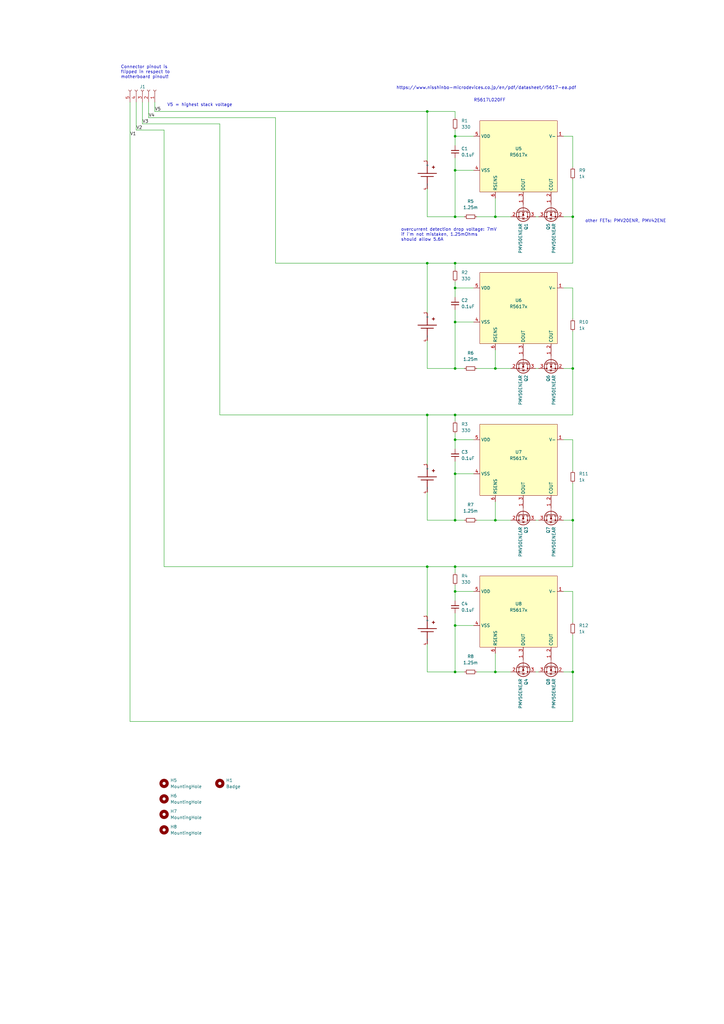
<source format=kicad_sch>
(kicad_sch (version 20211123) (generator eeschema)
  (paper "A3" portrait)
  (lib_symbols
    (symbol "Connector:Conn_01x05_Female" (pin_names (offset 1.016) hide)
      (property "Reference" "J" (at 0 7.62 0))
      (property "Value" "Conn_01x05_Female" (at 0 -7.62 0))
      (symbol "Conn_01x05_Female_1_1"
        (arc (start 0 -4.572) (mid -0.508 -5.08) (end 0 -5.588) (stroke (width 0.1524)))
        (arc (start 0 -2.032) (mid -0.508 -2.54) (end 0 -3.048) (stroke (width 0.1524)))
        (polyline (pts (xy -1.27 -5.08) (xy -0.508 -5.08)) (stroke (width 0.1524)))
        (polyline (pts (xy -1.27 -2.54) (xy -0.508 -2.54)) (stroke (width 0.1524)))
        (polyline (pts (xy -1.27 0) (xy -0.508 0)) (stroke (width 0.1524)))
        (polyline (pts (xy -1.27 2.54) (xy -0.508 2.54)) (stroke (width 0.1524)))
        (polyline (pts (xy -1.27 5.08) (xy -0.508 5.08)) (stroke (width 0.1524)))
        (arc (start 0 0.508) (mid -0.508 0) (end 0 -0.508) (stroke (width 0.1524)))
        (arc (start 0 3.048) (mid -0.508 2.54) (end 0 2.032) (stroke (width 0.1524)))
        (arc (start 0 5.588) (mid -0.508 5.08) (end 0 4.572) (stroke (width 0.1524)))
        (pin passive line (at -5.08 5.08 0) (length 3.81) (name "Pin_1") (number "1"))
        (pin passive line (at -5.08 2.54 0) (length 3.81) (name "Pin_2") (number "2"))
        (pin passive line (at -5.08 0 0) (length 3.81) (name "Pin_3") (number "3"))
        (pin passive line (at -5.08 -2.54 0) (length 3.81) (name "Pin_4") (number "4"))
        (pin passive line (at -5.08 -5.08 0) (length 3.81) (name "Pin_5") (number "5"))
      )
    )
    (symbol "Device:C_Small" (pin_numbers hide) (pin_names (offset 0.254) hide)
      (property "Reference" "C" (at 0.254 1.778 0))
      (property "Value" "C_Small" (at 0.254 -2.032 0))
      (symbol "C_Small_0_1"
        (polyline (pts (xy -1.524 -0.508) (xy 1.524 -0.508)) (stroke (width 0.3302)))
        (polyline (pts (xy -1.524 0.508) (xy 1.524 0.508)) (stroke (width 0.3048)))
      )
      (symbol "C_Small_1_1"
        (pin passive line (at 0 2.54 270) (length 2.032) (name "~") (number "1"))
        (pin passive line (at 0 -2.54 90) (length 2.032) (name "~") (number "2"))
      )
    )
    (symbol "Device:R_Small" (pin_numbers hide) (pin_names (offset 0.254) hide)
      (property "Reference" "R" (at 0.762 0.508 0))
      (property "Value" "R_Small" (at 0.762 -1.016 0))
      (symbol "R_Small_0_1"
        (rectangle (start -0.762 1.778) (end 0.762 -1.778) (stroke (width 0.2032)))
      )
      (symbol "R_Small_1_1"
        (pin passive line (at 0 2.54 270) (length 0.762) (name "~") (number "1"))
        (pin passive line (at 0 -2.54 90) (length 0.762) (name "~") (number "2"))
      )
    )
    (symbol "Mechanical:MountingHole" (pin_names (offset 1.016))
      (property "Reference" "H" (at 0 5.08 0))
      (property "Value" "MountingHole" (at 0 3.175 0))
      (symbol "MountingHole_0_1"
        (circle (center 0 0) (radius 1.27) (stroke (width 1.27)))
      )
    )
    (symbol "R5617x_1"
      (property "Reference" "U5" (at -1.905 1.27 0))
      (property "Value" "R5617x_1" (at -1.905 -1.27 0))
      (symbol "R5617x_1_0_1"
        (rectangle (start -17.78 12.7) (end 13.97 -16.51) (fill (type background)))
      )
      (symbol "R5617x_1_1_1"
        (pin power_in line (at 16.51 6.35 180) (length 2.54) (name "V-") (number "1"))
        (pin output line (at 11.43 -19.05 90) (length 2.54) (name "COUT") (number "2"))
        (pin output line (at 0 -19.05 90) (length 2.54) (name "DOUT") (number "3"))
        (pin power_in line (at -20.32 -7.62 0) (length 2.54) (name "VSS") (number "4"))
        (pin power_in line (at -20.32 6.35 0) (length 2.54) (name "VDD") (number "5"))
        (pin input line (at -11.43 -19.05 90) (length 2.54) (name "RSENS") (number "6"))
      )
    )
    (symbol "R5617x_2"
      (property "Reference" "U5" (at -1.905 1.27 0))
      (property "Value" "R5617x_2" (at -1.905 -1.27 0))
      (symbol "R5617x_2_0_1"
        (rectangle (start -17.78 12.7) (end 13.97 -16.51) (fill (type background)))
      )
      (symbol "R5617x_2_1_1"
        (pin power_in line (at 16.51 6.35 180) (length 2.54) (name "V-") (number "1"))
        (pin output line (at 11.43 -19.05 90) (length 2.54) (name "COUT") (number "2"))
        (pin output line (at 0 -19.05 90) (length 2.54) (name "DOUT") (number "3"))
        (pin power_in line (at -20.32 -7.62 0) (length 2.54) (name "VSS") (number "4"))
        (pin power_in line (at -20.32 6.35 0) (length 2.54) (name "VDD") (number "5"))
        (pin input line (at -11.43 -19.05 90) (length 2.54) (name "RSENS") (number "6"))
      )
    )
    (symbol "R5617x_3"
      (property "Reference" "U5" (at -1.905 1.27 0))
      (property "Value" "R5617x_3" (at -1.905 -1.27 0))
      (symbol "R5617x_3_0_1"
        (rectangle (start -17.78 12.7) (end 13.97 -16.51) (fill (type background)))
      )
      (symbol "R5617x_3_1_1"
        (pin power_in line (at 16.51 6.35 180) (length 2.54) (name "V-") (number "1"))
        (pin output line (at 11.43 -19.05 90) (length 2.54) (name "COUT") (number "2"))
        (pin output line (at 0 -19.05 90) (length 2.54) (name "DOUT") (number "3"))
        (pin power_in line (at -20.32 -7.62 0) (length 2.54) (name "VSS") (number "4"))
        (pin power_in line (at -20.32 6.35 0) (length 2.54) (name "VDD") (number "5"))
        (pin input line (at -11.43 -19.05 90) (length 2.54) (name "RSENS") (number "6"))
      )
    )
    (symbol "Transistor_FET:2N7002E" (pin_names hide)
      (property "Reference" "Q" (at 5.08 1.905 0))
      (property "Value" "2N7002E" (at 5.08 0 0))
      (symbol "2N7002E_0_1"
        (polyline (pts (xy 0.254 0) (xy -2.54 0)))
        (polyline (pts (xy 0.254 1.905) (xy 0.254 -1.905)) (stroke (width 0.254)))
        (polyline (pts (xy 0.762 -1.27) (xy 0.762 -2.286)) (stroke (width 0.254)))
        (polyline (pts (xy 0.762 0.508) (xy 0.762 -0.508)) (stroke (width 0.254)))
        (polyline (pts (xy 0.762 2.286) (xy 0.762 1.27)) (stroke (width 0.254)))
        (polyline (pts (xy 2.54 2.54) (xy 2.54 1.778)))
        (polyline (pts (xy 2.54 -2.54) (xy 2.54 0) (xy 0.762 0)))
        (polyline (pts (xy 0.762 -1.778) (xy 3.302 -1.778) (xy 3.302 1.778) (xy 0.762 1.778)))
        (polyline (pts (xy 1.016 0) (xy 2.032 0.381) (xy 2.032 -0.381) (xy 1.016 0)) (fill (type outline)))
        (polyline (pts (xy 2.794 0.508) (xy 2.921 0.381) (xy 3.683 0.381) (xy 3.81 0.254)))
        (polyline (pts (xy 3.302 0.381) (xy 2.921 -0.254) (xy 3.683 -0.254) (xy 3.302 0.381)))
        (circle (center 1.651 0) (radius 2.794) (stroke (width 0.254)))
        (circle (center 2.54 -1.778) (radius 0.254) (fill (type outline)))
        (circle (center 2.54 1.778) (radius 0.254) (fill (type outline)))
      )
      (symbol "2N7002E_1_1"
        (pin input line (at -5.08 0 0) (length 2.54) (name "G") (number "1"))
        (pin passive line (at 2.54 -5.08 90) (length 2.54) (name "S") (number "2"))
        (pin passive line (at 2.54 5.08 270) (length 2.54) (name "D") (number "3"))
      )
    )
    (symbol "mref-protected-bpack:R5617x"
      (property "Reference" "U5" (at -1.905 1.27 0))
      (property "Value" "R5617x" (at -1.905 -1.27 0))
      (symbol "R5617x_0_1"
        (rectangle (start -17.78 12.7) (end 13.97 -16.51) (fill (type background)))
      )
      (symbol "R5617x_1_1"
        (pin power_in line (at 16.51 6.35 180) (length 2.54) (name "V-") (number "1"))
        (pin output line (at 11.43 -19.05 90) (length 2.54) (name "COUT") (number "2"))
        (pin output line (at 0 -19.05 90) (length 2.54) (name "DOUT") (number "3"))
        (pin power_in line (at -20.32 -7.62 0) (length 2.54) (name "VSS") (number "4"))
        (pin power_in line (at -20.32 6.35 0) (length 2.54) (name "VDD") (number "5"))
        (pin input line (at -11.43 -19.05 90) (length 2.54) (name "RSENS") (number "6"))
      )
    )
    (symbol "reform2-batterypack:KEYSTONE_54" (pin_names (offset 1.016))
      (property "Reference" "U" (at -1.27 16.51 0))
      (property "Value" "KEYSTONE_54" (at -6.35 19.05 0))
      (symbol "KEYSTONE_54_0_0"
        (polyline (pts (xy -3.81 2.54) (xy 0 2.54)) (stroke (width 0.3048)))
        (polyline (pts (xy -2.54 1.27) (xy 0 1.27)) (stroke (width 0.3048)))
        (polyline (pts (xy 0 1.27) (xy 0 -3.81)) (stroke (width 0.3048)))
        (polyline (pts (xy 0 1.27) (xy 2.54 1.27)) (stroke (width 0.3048)))
        (polyline (pts (xy 0 2.54) (xy 3.81 2.54)) (stroke (width 0.3048)))
        (polyline (pts (xy 0 7.62) (xy 0 2.54)) (stroke (width 0.3048)))
        (polyline (pts (xy 2.032 5.08) (xy 3.048 5.08)) (stroke (width 0.3048)))
        (polyline (pts (xy 2.54 5.588) (xy 2.54 4.572)) (stroke (width 0.3048)))
        (pin bidirectional line (at 0 7.62 270) (length 0) (name "+") (number "1"))
        (pin bidirectional line (at 0 7.62 270) (length 0) hide (name "+") (number "2"))
        (pin bidirectional line (at 0 7.62 270) (length 0) hide (name "+") (number "3"))
        (pin bidirectional line (at 0 -3.81 90) (length 0) (name "-") (number "4"))
        (pin bidirectional line (at 0 -3.81 90) (length 0) hide (name "-") (number "5"))
        (pin bidirectional line (at 0 -3.81 90) (length 0) hide (name "-") (number "6"))
      )
    )
  )
  (junction (at 186.69 242.57))
  (junction (at 186.69 275.59))
  (junction (at 186.69 88.9))
  (junction (at 186.69 55.88))
  (junction (at 186.69 69.85))
  (junction (at 203.2 213.36))
  (junction (at 186.69 213.36))
  (junction (at 186.69 132.08))
  (junction (at 186.69 151.13))
  (junction (at 175.26 45.72))
  (junction (at 234.95 151.13))
  (junction (at 175.26 107.95))
  (junction (at 203.2 151.13))
  (junction (at 186.69 256.54))
  (junction (at 186.69 232.41))
  (junction (at 186.69 180.34))
  (junction (at 186.69 118.11))
  (junction (at 186.69 194.31))
  (junction (at 203.2 88.9))
  (junction (at 234.95 275.59))
  (junction (at 186.69 107.95))
  (junction (at 203.2 275.59))
  (junction (at 234.95 88.9))
  (junction (at 234.95 213.36))
  (junction (at 175.26 170.18))
  (junction (at 175.26 232.41))
  (junction (at 186.69 170.18))
  (wire (pts (xy 203.2 151.13) (xy 209.55 151.13)))
  (wire (pts (xy 186.69 69.85) (xy 186.69 88.9)))
  (wire (pts (xy 175.26 213.36) (xy 186.69 213.36)))
  (wire (pts (xy 234.95 151.13) (xy 234.95 170.18)))
  (wire (pts (xy 231.14 180.34) (xy 234.95 180.34)))
  (wire (pts (xy 175.26 170.18) (xy 175.26 190.5)))
  (wire (pts (xy 234.95 275.59) (xy 234.95 295.91)))
  (wire (pts (xy 219.71 275.59) (xy 220.98 275.59)))
  (wire (pts (xy 231.14 213.36) (xy 234.95 213.36)))
  (wire (pts (xy 186.69 64.77) (xy 186.69 69.85)))
  (wire (pts (xy 219.71 88.9) (xy 220.98 88.9)))
  (wire (pts (xy 186.69 232.41) (xy 234.95 232.41)))
  (wire (pts (xy 186.69 232.41) (xy 175.26 232.41)))
  (wire (pts (xy 203.2 88.9) (xy 195.58 88.9)))
  (wire (pts (xy 175.26 88.9) (xy 186.69 88.9)))
  (wire (pts (xy 234.95 55.88) (xy 234.95 68.58)))
  (wire (pts (xy 186.69 232.41) (xy 186.69 234.95)))
  (wire (pts (xy 234.95 275.59) (xy 234.95 260.35)))
  (wire (pts (xy 231.14 275.59) (xy 234.95 275.59)))
  (wire (pts (xy 90.17 50.8) (xy 90.17 170.18)))
  (wire (pts (xy 234.95 151.13) (xy 234.95 135.89)))
  (wire (pts (xy 186.69 107.95) (xy 175.26 107.95)))
  (wire (pts (xy 175.26 139.7) (xy 175.26 151.13)))
  (wire (pts (xy 58.42 50.8) (xy 90.17 50.8)))
  (wire (pts (xy 203.2 275.59) (xy 209.55 275.59)))
  (wire (pts (xy 194.31 242.57) (xy 186.69 242.57)))
  (wire (pts (xy 186.69 45.72) (xy 186.69 48.26)))
  (wire (pts (xy 186.69 45.72) (xy 175.26 45.72)))
  (wire (pts (xy 186.69 115.57) (xy 186.69 118.11)))
  (wire (pts (xy 175.26 170.18) (xy 90.17 170.18)))
  (wire (pts (xy 60.96 41.91) (xy 60.96 48.26)))
  (wire (pts (xy 234.95 295.91) (xy 53.34 295.91)))
  (wire (pts (xy 63.5 45.72) (xy 63.5 41.91)))
  (wire (pts (xy 186.69 251.46) (xy 186.69 256.54)))
  (wire (pts (xy 113.03 48.26) (xy 113.03 107.95)))
  (wire (pts (xy 194.31 194.31) (xy 186.69 194.31)))
  (wire (pts (xy 234.95 180.34) (xy 234.95 193.04)))
  (wire (pts (xy 231.14 118.11) (xy 234.95 118.11)))
  (wire (pts (xy 186.69 107.95) (xy 186.69 110.49)))
  (wire (pts (xy 186.69 170.18) (xy 234.95 170.18)))
  (wire (pts (xy 67.31 232.41) (xy 175.26 232.41)))
  (wire (pts (xy 186.69 88.9) (xy 190.5 88.9)))
  (wire (pts (xy 186.69 118.11) (xy 186.69 121.92)))
  (wire (pts (xy 203.2 88.9) (xy 209.55 88.9)))
  (wire (pts (xy 175.26 275.59) (xy 186.69 275.59)))
  (wire (pts (xy 194.31 118.11) (xy 186.69 118.11)))
  (wire (pts (xy 186.69 242.57) (xy 186.69 246.38)))
  (wire (pts (xy 175.26 201.93) (xy 175.26 213.36)))
  (wire (pts (xy 234.95 107.95) (xy 234.95 88.9)))
  (wire (pts (xy 186.69 213.36) (xy 190.5 213.36)))
  (wire (pts (xy 186.69 177.8) (xy 186.69 180.34)))
  (wire (pts (xy 186.69 194.31) (xy 186.69 213.36)))
  (wire (pts (xy 234.95 118.11) (xy 234.95 130.81)))
  (wire (pts (xy 203.2 267.97) (xy 203.2 275.59)))
  (wire (pts (xy 203.2 81.28) (xy 203.2 88.9)))
  (wire (pts (xy 203.2 205.74) (xy 203.2 213.36)))
  (wire (pts (xy 203.2 213.36) (xy 195.58 213.36)))
  (wire (pts (xy 186.69 151.13) (xy 190.5 151.13)))
  (wire (pts (xy 175.26 107.95) (xy 175.26 128.27)))
  (wire (pts (xy 203.2 151.13) (xy 195.58 151.13)))
  (wire (pts (xy 234.95 242.57) (xy 234.95 255.27)))
  (wire (pts (xy 234.95 88.9) (xy 234.95 73.66)))
  (wire (pts (xy 186.69 107.95) (xy 234.95 107.95)))
  (wire (pts (xy 186.69 55.88) (xy 186.69 59.69)))
  (wire (pts (xy 186.69 132.08) (xy 186.69 151.13)))
  (wire (pts (xy 175.26 107.95) (xy 113.03 107.95)))
  (wire (pts (xy 234.95 232.41) (xy 234.95 213.36)))
  (wire (pts (xy 186.69 180.34) (xy 186.69 184.15)))
  (wire (pts (xy 234.95 213.36) (xy 234.95 198.12)))
  (wire (pts (xy 63.5 45.72) (xy 175.26 45.72)))
  (wire (pts (xy 175.26 232.41) (xy 175.26 252.73)))
  (wire (pts (xy 175.26 77.47) (xy 175.26 88.9)))
  (wire (pts (xy 194.31 256.54) (xy 186.69 256.54)))
  (wire (pts (xy 194.31 132.08) (xy 186.69 132.08)))
  (wire (pts (xy 175.26 264.16) (xy 175.26 275.59)))
  (wire (pts (xy 203.2 143.51) (xy 203.2 151.13)))
  (wire (pts (xy 231.14 242.57) (xy 234.95 242.57)))
  (wire (pts (xy 219.71 213.36) (xy 220.98 213.36)))
  (wire (pts (xy 186.69 170.18) (xy 175.26 170.18)))
  (wire (pts (xy 194.31 55.88) (xy 186.69 55.88)))
  (wire (pts (xy 186.69 275.59) (xy 190.5 275.59)))
  (wire (pts (xy 231.14 88.9) (xy 234.95 88.9)))
  (wire (pts (xy 203.2 213.36) (xy 209.55 213.36)))
  (wire (pts (xy 186.69 189.23) (xy 186.69 194.31)))
  (wire (pts (xy 186.69 127) (xy 186.69 132.08)))
  (wire (pts (xy 194.31 69.85) (xy 186.69 69.85)))
  (wire (pts (xy 186.69 53.34) (xy 186.69 55.88)))
  (wire (pts (xy 55.88 53.34) (xy 67.31 53.34)))
  (wire (pts (xy 203.2 275.59) (xy 195.58 275.59)))
  (wire (pts (xy 231.14 151.13) (xy 234.95 151.13)))
  (wire (pts (xy 194.31 180.34) (xy 186.69 180.34)))
  (wire (pts (xy 175.26 151.13) (xy 186.69 151.13)))
  (wire (pts (xy 186.69 256.54) (xy 186.69 275.59)))
  (wire (pts (xy 219.71 151.13) (xy 220.98 151.13)))
  (wire (pts (xy 53.34 41.91) (xy 53.34 295.91)))
  (wire (pts (xy 175.26 45.72) (xy 175.26 66.04)))
  (wire (pts (xy 55.88 41.91) (xy 55.88 53.34)))
  (wire (pts (xy 58.42 41.91) (xy 58.42 50.8)))
  (wire (pts (xy 60.96 48.26) (xy 113.03 48.26)))
  (wire (pts (xy 231.14 55.88) (xy 234.95 55.88)))
  (wire (pts (xy 67.31 53.34) (xy 67.31 232.41)))
  (wire (pts (xy 186.69 170.18) (xy 186.69 172.72)))
  (wire (pts (xy 186.69 240.03) (xy 186.69 242.57)))
  (text "other FETs: PMV20ENR, PMV42ENE" (at 240.03 91.44 0) (effects (font (size 1.27 1.27)) (justify left bottom)))
  (text "overcurrent detection drop voltage: 7mV\nif i'm not mistaken, 1.25mOhms\nshould allow 5.6A" (at 164.465 99.06 0) (effects (font (size 1.27 1.27)) (justify left bottom)))
  (text "R5617L020FF" (at 194.31 41.91 0) (effects (font (size 1.27 1.27)) (justify left bottom)))
  (text "https://www.nisshinbo-microdevices.co.jp/en/pdf/datasheet/r5617-ea.pdf" (at 162.56 36.83 0) (effects (font (size 1.27 1.27)) (justify left bottom)))
  (text "V5 = highest stack voltage" (at 68.58 43.815 0) (effects (font (size 1.27 1.27)) (justify left bottom)))
  (text "Connector pinout is\nflipped in respect to\nmotherboard pinout!" (at 49.53 32.385 0) (effects (font (size 1.27 1.27)) (justify left bottom)))
  (label "V3" (at 58.42 50.8 0))
  (label "V5" (at 63.5 45.72 0))
  (label "V2" (at 55.88 53.34 0))
  (label "V4" (at 60.96 48.26 0))
  (label "V1" (at 53.34 55.88 0))
  (symbol (lib_id "Transistor_FET:2N7002E") (at 214.63 273.05 270) (unit 1)
    (property "Reference" "Q4" (at 215.7984 278.257 0) (effects (justify left)))
    (property "Value" "PMV50ENEAR" (at 213.487 278.257 0) (effects (justify left)))
    (property "Footprint" "Package_TO_SOT_SMD:SOT-23" (effects hide))
    (property "Manufacturer" "Nexperia" (effects hide))
    (property "Manufacturer_No" "PMV50ENEAR" (effects hide))
  )
  (symbol (lib_id "Mechanical:MountingHole") (at 67.31 340.36 0) (unit 1)
    (property "Reference" "H8" (at 69.85 339.0899 0) (effects (justify left)))
    (property "Value" "MountingHole" (at 69.85 341.6299 0) (effects (justify left)))
    (property "Footprint" "MountingHole:MountingHole_2.2mm_M2" (effects hide))
  )
  (symbol (lib_id "Transistor_FET:2N7002E") (at 214.63 148.59 270) (unit 1)
    (property "Reference" "Q2" (at 215.7984 153.797 0) (effects (justify left)))
    (property "Value" "PMV50ENEAR" (at 213.487 153.797 0) (effects (justify left)))
    (property "Footprint" "Package_TO_SOT_SMD:SOT-23" (effects hide))
    (property "Manufacturer" "Nexperia" (effects hide))
    (property "Manufacturer_No" "PMV50ENEAR" (effects hide))
  )
  (symbol (lib_id "Transistor_FET:2N7002E") (at 226.06 86.36 90) (mirror x) (unit 1)
    (property "Reference" "Q5" (at 224.8916 91.567 0) (effects (justify left)))
    (property "Value" "PMV50ENEAR" (at 227.203 91.567 0) (effects (justify left)))
    (property "Footprint" "Package_TO_SOT_SMD:SOT-23" (effects hide))
    (property "Manufacturer" "Nexperia" (effects hide))
    (property "Manufacturer_No" "PMV50ENEAR" (effects hide))
  )
  (symbol (lib_name "R5617x_1") (lib_id "mref-protected-bpack:R5617x") (at 214.63 62.23 0) (unit 1)
    (property "Reference" "U5" (at 212.725 60.96 0))
    (property "Value" "R5617x" (at 212.725 63.5 0))
    (property "Footprint" "footprints:DFN-R5617_P0.5mm" (effects hide))
    (property "Datasheet" "https://www.nisshinbo-microdevices.co.jp/en/pdf/datasheet/r5617-ea.pdf" (effects hide))
  )
  (symbol (lib_id "Device:C_Small") (at 186.69 124.46 180) (unit 1)
    (property "Reference" "C2" (at 189.23 123.1835 0) (effects (justify right)))
    (property "Value" "0.1uF" (at 189.23 125.7235 0) (effects (justify right)))
    (property "Footprint" "Capacitor_SMD:C_0603_1608Metric" (effects hide))
  )
  (symbol (lib_id "reform2-batterypack:KEYSTONE_54") (at 175.26 198.12 0) (unit 1)
    (property "Reference" "U3" (effects hide))
    (property "Value" "KEYSTONE_54" (effects hide))
    (property "Footprint" "footprints:Keystone54" (effects hide))
    (property "Manufacturer" "Keystone" (effects hide))
    (property "Manufacturer_No" "54" (effects hide))
  )
  (symbol (lib_id "reform2-batterypack:KEYSTONE_54") (at 175.26 135.89 0) (unit 1)
    (property "Reference" "U2" (effects hide))
    (property "Value" "KEYSTONE_54" (effects hide))
    (property "Footprint" "footprints:Keystone54" (effects hide))
    (property "Manufacturer" "Keystone" (effects hide))
    (property "Manufacturer_No" "54" (effects hide))
  )
  (symbol (lib_id "Mechanical:MountingHole") (at 67.31 321.31 0) (unit 1)
    (property "Reference" "H5" (at 69.85 320.0399 0) (effects (justify left)))
    (property "Value" "MountingHole" (at 69.85 322.5799 0) (effects (justify left)))
    (property "Footprint" "MountingHole:MountingHole_2.2mm_M2" (effects hide))
  )
  (symbol (lib_name "R5617x_3") (lib_id "mref-protected-bpack:R5617x") (at 214.63 186.69 0) (unit 1)
    (property "Reference" "U7" (at 212.725 185.42 0))
    (property "Value" "R5617x" (at 212.725 187.96 0))
    (property "Footprint" "footprints:DFN-R5617_P0.5mm" (effects hide))
    (property "Datasheet" "https://www.nisshinbo-microdevices.co.jp/en/pdf/datasheet/r5617-ea.pdf" (effects hide))
  )
  (symbol (lib_id "Device:R_Small") (at 234.95 133.35 180) (unit 1)
    (property "Reference" "R10" (at 237.49 132.0799 0) (effects (justify right)))
    (property "Value" "1k" (at 237.49 134.6199 0) (effects (justify right)))
    (property "Footprint" "Resistor_SMD:R_0603_1608Metric" (effects hide))
  )
  (symbol (lib_id "Connector:Conn_01x05_Female") (at 58.42 36.83 270) (mirror x) (unit 1)
    (property "Reference" "J1" (at 59.69 35.56 90) (effects (justify right)))
    (property "Value" "Conn_01x05_Female" (effects hide))
    (property "Footprint" "Connector_Molex:Molex_Pico-Lock_504050-0591_1x05-1MP_P1.50mm_Horizontal" (effects hide))
    (property "Manufacturer" "Molex" (effects hide))
    (property "Manufacturer_No" "504050-0591" (effects hide))
  )
  (symbol (lib_id "Device:R_Small") (at 234.95 257.81 180) (unit 1)
    (property "Reference" "R12" (at 237.49 256.5399 0) (effects (justify right)))
    (property "Value" "1k" (at 237.49 259.0799 0) (effects (justify right)))
    (property "Footprint" "Resistor_SMD:R_0603_1608Metric" (effects hide))
  )
  (symbol (lib_id "Transistor_FET:2N7002E") (at 214.63 210.82 270) (unit 1)
    (property "Reference" "Q3" (at 215.7984 216.027 0) (effects (justify left)))
    (property "Value" "PMV50ENEAR" (at 213.487 216.027 0) (effects (justify left)))
    (property "Footprint" "Package_TO_SOT_SMD:SOT-23" (effects hide))
    (property "Manufacturer" "Nexperia" (effects hide))
    (property "Manufacturer_No" "PMV50ENEAR" (effects hide))
  )
  (symbol (lib_id "Device:R_Small") (at 186.69 175.26 180) (unit 1)
    (property "Reference" "R3" (at 189.23 173.9899 0) (effects (justify right)))
    (property "Value" "330" (at 189.23 176.5299 0) (effects (justify right)))
    (property "Footprint" "Resistor_SMD:R_0603_1608Metric" (effects hide))
  )
  (symbol (lib_id "Device:R_Small") (at 193.04 151.13 90) (unit 1)
    (property "Reference" "R6" (at 193.04 144.78 90))
    (property "Value" "1.25m" (at 193.04 147.32 90))
    (property "Footprint" "Resistor_SMD:R_0805_2012Metric" (effects hide))
  )
  (symbol (lib_name "R5617x_2") (lib_id "mref-protected-bpack:R5617x") (at 214.63 124.46 0) (unit 1)
    (property "Reference" "U6" (at 212.725 123.19 0))
    (property "Value" "R5617x" (at 212.725 125.73 0))
    (property "Footprint" "footprints:DFN-R5617_P0.5mm" (effects hide))
    (property "Datasheet" "https://www.nisshinbo-microdevices.co.jp/en/pdf/datasheet/r5617-ea.pdf" (effects hide))
  )
  (symbol (lib_id "reform2-batterypack:KEYSTONE_54") (at 175.26 73.66 0) (unit 1)
    (property "Reference" "U1" (effects hide))
    (property "Value" "KEYSTONE_54" (effects hide))
    (property "Footprint" "footprints:Keystone54" (effects hide))
    (property "Manufacturer" "Keystone" (effects hide))
    (property "Manufacturer_No" "54" (effects hide))
  )
  (symbol (lib_id "Device:R_Small") (at 186.69 237.49 180) (unit 1)
    (property "Reference" "R4" (at 189.23 236.2199 0) (effects (justify right)))
    (property "Value" "330" (at 189.23 238.7599 0) (effects (justify right)))
    (property "Footprint" "Resistor_SMD:R_0603_1608Metric" (effects hide))
  )
  (symbol (lib_id "Mechanical:MountingHole") (at 67.31 334.01 0) (unit 1)
    (property "Reference" "H7" (at 69.85 332.7399 0) (effects (justify left)))
    (property "Value" "MountingHole" (at 69.85 335.2799 0) (effects (justify left)))
    (property "Footprint" "MountingHole:MountingHole_2.2mm_M2" (effects hide))
  )
  (symbol (lib_id "Device:R_Small") (at 234.95 71.12 180) (unit 1)
    (property "Reference" "R9" (at 237.49 69.8499 0) (effects (justify right)))
    (property "Value" "1k" (at 237.49 72.3899 0) (effects (justify right)))
    (property "Footprint" "Resistor_SMD:R_0603_1608Metric" (effects hide))
  )
  (symbol (lib_id "Device:R_Small") (at 193.04 213.36 90) (unit 1)
    (property "Reference" "R7" (at 193.04 207.01 90))
    (property "Value" "1.25m" (at 193.04 209.55 90))
    (property "Footprint" "Resistor_SMD:R_0805_2012Metric" (effects hide))
  )
  (symbol (lib_id "Transistor_FET:2N7002E") (at 226.06 210.82 90) (mirror x) (unit 1)
    (property "Reference" "Q7" (at 224.8916 216.027 0) (effects (justify left)))
    (property "Value" "PMV50ENEAR" (at 227.203 216.027 0) (effects (justify left)))
    (property "Footprint" "Package_TO_SOT_SMD:SOT-23" (effects hide))
    (property "Manufacturer" "Nexperia" (effects hide))
    (property "Manufacturer_No" "PMV50ENEAR" (effects hide))
  )
  (symbol (lib_id "Device:R_Small") (at 234.95 195.58 180) (unit 1)
    (property "Reference" "R11" (at 237.49 194.3099 0) (effects (justify right)))
    (property "Value" "1k" (at 237.49 196.8499 0) (effects (justify right)))
    (property "Footprint" "Resistor_SMD:R_0603_1608Metric" (effects hide))
  )
  (symbol (lib_id "Mechanical:MountingHole") (at 90.17 321.31 0) (unit 1)
    (property "Reference" "H1" (at 92.71 320.0399 0) (effects (justify left)))
    (property "Value" "Badge" (at 92.71 322.5799 0) (effects (justify left)))
    (property "Footprint" "footprints:mref-protected-batterypack-badge" (effects hide))
  )
  (symbol (lib_id "Device:C_Small") (at 186.69 186.69 180) (unit 1)
    (property "Reference" "C3" (at 189.23 185.4135 0) (effects (justify right)))
    (property "Value" "0.1uF" (at 189.23 187.9535 0) (effects (justify right)))
    (property "Footprint" "Capacitor_SMD:C_0603_1608Metric" (effects hide))
  )
  (symbol (lib_id "Device:C_Small") (at 186.69 62.23 180) (unit 1)
    (property "Reference" "C1" (at 189.23 60.9535 0) (effects (justify right)))
    (property "Value" "0.1uF" (at 189.23 63.4935 0) (effects (justify right)))
    (property "Footprint" "Capacitor_SMD:C_0603_1608Metric" (effects hide))
  )
  (symbol (lib_id "Transistor_FET:2N7002E") (at 226.06 273.05 90) (mirror x) (unit 1)
    (property "Reference" "Q8" (at 224.8916 278.257 0) (effects (justify left)))
    (property "Value" "PMV50ENEAR" (at 227.203 278.257 0) (effects (justify left)))
    (property "Footprint" "Package_TO_SOT_SMD:SOT-23" (effects hide))
    (property "Manufacturer" "Nexperia" (effects hide))
    (property "Manufacturer_No" "PMV50ENEAR" (effects hide))
  )
  (symbol (lib_id "Device:R_Small") (at 186.69 50.8 180) (unit 1)
    (property "Reference" "R1" (at 189.23 49.5299 0) (effects (justify right)))
    (property "Value" "330" (at 189.23 52.0699 0) (effects (justify right)))
    (property "Footprint" "Resistor_SMD:R_0603_1608Metric" (effects hide))
  )
  (symbol (lib_id "Transistor_FET:2N7002E") (at 226.06 148.59 90) (mirror x) (unit 1)
    (property "Reference" "Q6" (at 224.8916 153.797 0) (effects (justify left)))
    (property "Value" "PMV50ENEAR" (at 227.203 153.797 0) (effects (justify left)))
    (property "Footprint" "Package_TO_SOT_SMD:SOT-23" (effects hide))
    (property "Manufacturer" "Nexperia" (effects hide))
    (property "Manufacturer_No" "PMV50ENEAR" (effects hide))
  )
  (symbol (lib_id "Mechanical:MountingHole") (at 67.31 327.66 0) (unit 1)
    (property "Reference" "H6" (at 69.85 326.3899 0) (effects (justify left)))
    (property "Value" "MountingHole" (at 69.85 328.9299 0) (effects (justify left)))
    (property "Footprint" "MountingHole:MountingHole_2.2mm_M2" (effects hide))
  )
  (symbol (lib_id "Device:C_Small") (at 186.69 248.92 180) (unit 1)
    (property "Reference" "C4" (at 189.23 247.6435 0) (effects (justify right)))
    (property "Value" "0.1uF" (at 189.23 250.1835 0) (effects (justify right)))
    (property "Footprint" "Capacitor_SMD:C_0603_1608Metric" (effects hide))
  )
  (symbol (lib_id "Transistor_FET:2N7002E") (at 214.63 86.36 270) (unit 1)
    (property "Reference" "Q1" (at 215.7984 91.567 0) (effects (justify left)))
    (property "Value" "PMV50ENEAR" (at 213.487 91.567 0) (effects (justify left)))
    (property "Footprint" "Package_TO_SOT_SMD:SOT-23" (effects hide))
    (property "Manufacturer" "Nexperia" (effects hide))
    (property "Manufacturer_No" "PMV50ENEAR" (effects hide))
  )
  (symbol (lib_id "reform2-batterypack:KEYSTONE_54") (at 175.26 260.35 0) (unit 1)
    (property "Reference" "U4" (effects hide))
    (property "Value" "KEYSTONE_54" (effects hide))
    (property "Footprint" "footprints:Keystone54" (effects hide))
    (property "Manufacturer" "Keystone" (effects hide))
    (property "Manufacturer_No" "54" (effects hide))
  )
  (symbol (lib_id "Device:R_Small") (at 193.04 275.59 90) (unit 1)
    (property "Reference" "R8" (at 193.04 269.24 90))
    (property "Value" "1.25m" (at 193.04 271.78 90))
    (property "Footprint" "Resistor_SMD:R_0805_2012Metric" (effects hide))
  )
  (symbol (lib_id "Device:R_Small") (at 193.04 88.9 90) (unit 1)
    (property "Reference" "R5" (at 193.04 82.55 90))
    (property "Value" "1.25m" (at 193.04 85.09 90))
    (property "Footprint" "Resistor_SMD:R_0805_2012Metric" (effects hide))
  )
  (symbol (lib_id "mref-protected-bpack:R5617x") (at 214.63 248.92 0) (unit 1)
    (property "Reference" "U8" (at 212.725 247.65 0))
    (property "Value" "R5617x" (at 212.725 250.19 0))
    (property "Footprint" "footprints:DFN-R5617_P0.5mm" (effects hide))
    (property "Datasheet" "https://www.nisshinbo-microdevices.co.jp/en/pdf/datasheet/r5617-ea.pdf" (effects hide))
  )
  (symbol (lib_id "Device:R_Small") (at 186.69 113.03 180) (unit 1)
    (property "Reference" "R2" (at 189.23 111.7599 0) (effects (justify right)))
    (property "Value" "330" (at 189.23 114.2999 0) (effects (justify right)))
    (property "Footprint" "Resistor_SMD:R_0603_1608Metric" (effects hide))
  )
)
</source>
